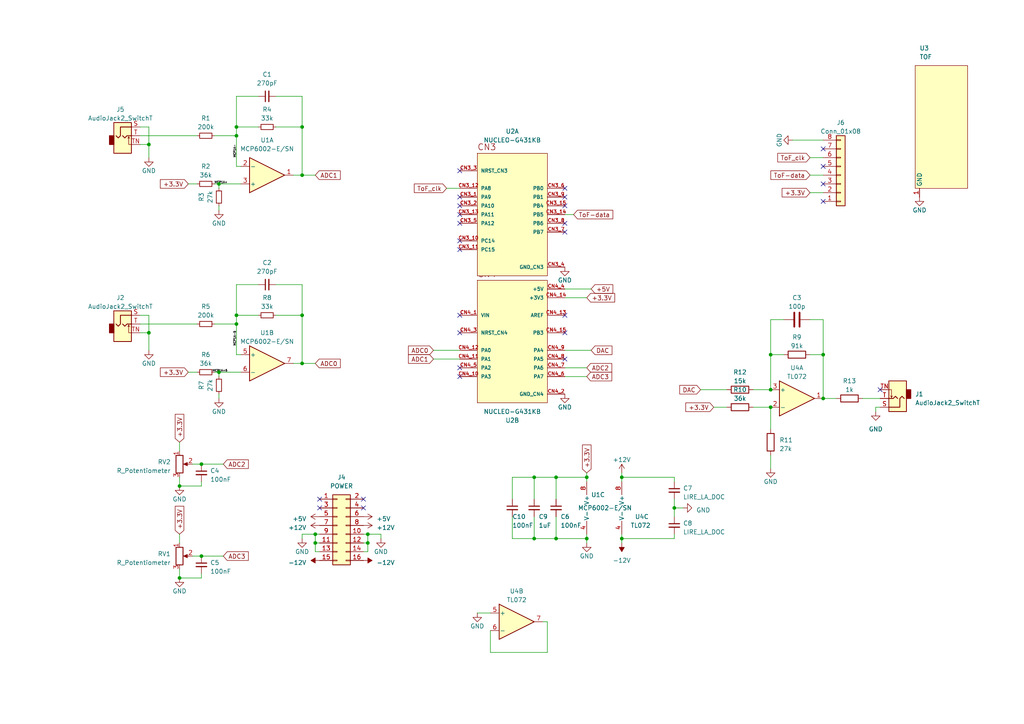
<source format=kicad_sch>
(kicad_sch (version 20230121) (generator eeschema)
  (paper "A4")
  (lib_symbols
    (symbol "Amplifier_Operational:MCP6002-xSN" (pin_names (offset 0.127))
      (property "Reference" "U" (at 0 5.08 0))
      (property "Value" "MCP6002-xSN" (at 0 -5.08 0))
      (symbol "MCP6002-xSN_1_1"
        (polyline (pts (xy -5.08 5.08) (xy 5.08 0) (xy -5.08 -5.08) (xy -5.08 5.08)) (stroke (width 0.254)) (fill (type background)))
        (pin output line (at 7.62 0 180) (length 2.54) (name "~") (number "1"))
        (pin input line (at -7.62 -2.54 0) (length 2.54) (name "-") (number "2"))
        (pin input line (at -7.62 2.54 0) (length 2.54) (name "+") (number "3"))
      )
      (symbol "MCP6002-xSN_2_1"
        (polyline (pts (xy -5.08 5.08) (xy 5.08 0) (xy -5.08 -5.08) (xy -5.08 5.08)) (stroke (width 0.254)) (fill (type background)))
        (pin input line (at -7.62 2.54 0) (length 2.54) (name "+") (number "5"))
        (pin input line (at -7.62 -2.54 0) (length 2.54) (name "-") (number "6"))
        (pin output line (at 7.62 0 180) (length 2.54) (name "~") (number "7"))
      )
      (symbol "MCP6002-xSN_3_1"
        (pin power_in line (at -2.54 -7.62 90) (length 3.81) (name "V-") (number "4"))
        (pin power_in line (at -2.54 7.62 270) (length 3.81) (name "V+") (number "8"))
      )
    )
    (symbol "Amplifier_Operational:TL072" (pin_names (offset 0.127))
      (property "Reference" "U" (at 0 5.08 0))
      (property "Value" "TL072" (at 0 -5.08 0))
      (symbol "TL072_1_1"
        (polyline (pts (xy -5.08 5.08) (xy 5.08 0) (xy -5.08 -5.08) (xy -5.08 5.08)) (stroke (width 0.254)) (fill (type background)))
        (pin output line (at 7.62 0 180) (length 2.54) (name "~") (number "1"))
        (pin input line (at -7.62 -2.54 0) (length 2.54) (name "-") (number "2"))
        (pin input line (at -7.62 2.54 0) (length 2.54) (name "+") (number "3"))
      )
      (symbol "TL072_2_1"
        (polyline (pts (xy -5.08 5.08) (xy 5.08 0) (xy -5.08 -5.08) (xy -5.08 5.08)) (stroke (width 0.254)) (fill (type background)))
        (pin input line (at -7.62 2.54 0) (length 2.54) (name "+") (number "5"))
        (pin input line (at -7.62 -2.54 0) (length 2.54) (name "-") (number "6"))
        (pin output line (at 7.62 0 180) (length 2.54) (name "~") (number "7"))
      )
      (symbol "TL072_3_1"
        (pin power_in line (at -2.54 -7.62 90) (length 3.81) (name "V-") (number "4"))
        (pin power_in line (at -2.54 7.62 270) (length 3.81) (name "V+") (number "8"))
      )
    )
    (symbol "Connector_Audio:AudioJack2_SwitchT"
      (property "Reference" "J" (at 0 8.89 0))
      (property "Value" "AudioJack2_SwitchT" (at 0 6.35 0))
      (symbol "AudioJack2_SwitchT_0_1"
        (rectangle (start -2.54 0) (end -3.81 -2.54) (stroke (width 0.254)) (fill (type outline)))
        (polyline (pts (xy 1.778 -0.254) (xy 2.032 -0.762)))
        (polyline (pts (xy 0 0) (xy 0.635 -0.635) (xy 1.27 0) (xy 2.54 0)) (stroke (width 0.254)))
        (polyline (pts (xy 2.54 -2.54) (xy 1.778 -2.54) (xy 1.778 -0.254) (xy 1.524 -0.762)))
        (polyline (pts (xy 2.54 2.54) (xy -0.635 2.54) (xy -0.635 0) (xy -1.27 -0.635) (xy -1.905 0)) (stroke (width 0.254)))
        (rectangle (start 2.54 3.81) (end -2.54 -5.08) (stroke (width 0.254)) (fill (type background)))
      )
      (symbol "AudioJack2_SwitchT_1_1"
        (pin passive line (at 5.08 2.54 180) (length 2.54) (name "~") (number "S"))
        (pin passive line (at 5.08 0 180) (length 2.54) (name "~") (number "T"))
        (pin passive line (at 5.08 -2.54 180) (length 2.54) (name "~") (number "TN"))
      )
    )
    (symbol "Connector_Generic:Conn_01x08" (pin_names (offset 1.016) hide)
      (property "Reference" "J" (at 0 10.16 0))
      (property "Value" "Conn_01x08" (at 0 -12.7 0))
      (symbol "Conn_01x08_1_1"
        (rectangle (start -1.27 -10.033) (end 0 -10.287) (stroke (width 0.1524)))
        (rectangle (start -1.27 -7.493) (end 0 -7.747) (stroke (width 0.1524)))
        (rectangle (start -1.27 -4.953) (end 0 -5.207) (stroke (width 0.1524)))
        (rectangle (start -1.27 -2.413) (end 0 -2.667) (stroke (width 0.1524)))
        (rectangle (start -1.27 0.127) (end 0 -0.127) (stroke (width 0.1524)))
        (rectangle (start -1.27 2.667) (end 0 2.413) (stroke (width 0.1524)))
        (rectangle (start -1.27 5.207) (end 0 4.953) (stroke (width 0.1524)))
        (rectangle (start -1.27 7.747) (end 0 7.493) (stroke (width 0.1524)))
        (rectangle (start -1.27 8.89) (end 1.27 -11.43) (stroke (width 0.254)) (fill (type background)))
        (pin passive line (at -5.08 7.62 0) (length 3.81) (name "Pin_1") (number "1"))
        (pin passive line (at -5.08 5.08 0) (length 3.81) (name "Pin_2") (number "2"))
        (pin passive line (at -5.08 2.54 0) (length 3.81) (name "Pin_3") (number "3"))
        (pin passive line (at -5.08 0 0) (length 3.81) (name "Pin_4") (number "4"))
        (pin passive line (at -5.08 -2.54 0) (length 3.81) (name "Pin_5") (number "5"))
        (pin passive line (at -5.08 -5.08 0) (length 3.81) (name "Pin_6") (number "6"))
        (pin passive line (at -5.08 -7.62 0) (length 3.81) (name "Pin_7") (number "7"))
        (pin passive line (at -5.08 -10.16 0) (length 3.81) (name "Pin_8") (number "8"))
      )
    )
    (symbol "Connector_Generic:Conn_02x08_Odd_Even" (pin_names (offset 1.016) hide)
      (property "Reference" "J" (at 1.27 10.16 0))
      (property "Value" "Conn_02x08_Odd_Even" (at 1.27 -12.7 0))
      (symbol "Conn_02x08_Odd_Even_1_1"
        (rectangle (start -1.27 -10.033) (end 0 -10.287) (stroke (width 0.1524)))
        (rectangle (start -1.27 -7.493) (end 0 -7.747) (stroke (width 0.1524)))
        (rectangle (start -1.27 -4.953) (end 0 -5.207) (stroke (width 0.1524)))
        (rectangle (start -1.27 -2.413) (end 0 -2.667) (stroke (width 0.1524)))
        (rectangle (start -1.27 0.127) (end 0 -0.127) (stroke (width 0.1524)))
        (rectangle (start -1.27 2.667) (end 0 2.413) (stroke (width 0.1524)))
        (rectangle (start -1.27 5.207) (end 0 4.953) (stroke (width 0.1524)))
        (rectangle (start -1.27 7.747) (end 0 7.493) (stroke (width 0.1524)))
        (rectangle (start -1.27 8.89) (end 3.81 -11.43) (stroke (width 0.254)) (fill (type background)))
        (rectangle (start 3.81 -10.033) (end 2.54 -10.287) (stroke (width 0.1524)))
        (rectangle (start 3.81 -7.493) (end 2.54 -7.747) (stroke (width 0.1524)))
        (rectangle (start 3.81 -4.953) (end 2.54 -5.207) (stroke (width 0.1524)))
        (rectangle (start 3.81 -2.413) (end 2.54 -2.667) (stroke (width 0.1524)))
        (rectangle (start 3.81 0.127) (end 2.54 -0.127) (stroke (width 0.1524)))
        (rectangle (start 3.81 2.667) (end 2.54 2.413) (stroke (width 0.1524)))
        (rectangle (start 3.81 5.207) (end 2.54 4.953) (stroke (width 0.1524)))
        (rectangle (start 3.81 7.747) (end 2.54 7.493) (stroke (width 0.1524)))
        (pin passive line (at -5.08 7.62 0) (length 3.81) (name "Pin_1") (number "1"))
        (pin passive line (at 7.62 -2.54 180) (length 3.81) (name "Pin_10") (number "10"))
        (pin passive line (at -5.08 -5.08 0) (length 3.81) (name "Pin_11") (number "11"))
        (pin passive line (at 7.62 -5.08 180) (length 3.81) (name "Pin_12") (number "12"))
        (pin passive line (at -5.08 -7.62 0) (length 3.81) (name "Pin_13") (number "13"))
        (pin passive line (at 7.62 -7.62 180) (length 3.81) (name "Pin_14") (number "14"))
        (pin passive line (at -5.08 -10.16 0) (length 3.81) (name "Pin_15") (number "15"))
        (pin passive line (at 7.62 -10.16 180) (length 3.81) (name "Pin_16") (number "16"))
        (pin passive line (at 7.62 7.62 180) (length 3.81) (name "Pin_2") (number "2"))
        (pin passive line (at -5.08 5.08 0) (length 3.81) (name "Pin_3") (number "3"))
        (pin passive line (at 7.62 5.08 180) (length 3.81) (name "Pin_4") (number "4"))
        (pin passive line (at -5.08 2.54 0) (length 3.81) (name "Pin_5") (number "5"))
        (pin passive line (at 7.62 2.54 180) (length 3.81) (name "Pin_6") (number "6"))
        (pin passive line (at -5.08 0 0) (length 3.81) (name "Pin_7") (number "7"))
        (pin passive line (at 7.62 0 180) (length 3.81) (name "Pin_8") (number "8"))
        (pin passive line (at -5.08 -2.54 0) (length 3.81) (name "Pin_9") (number "9"))
      )
    )
    (symbol "Device:C" (pin_numbers hide) (pin_names (offset 0.254))
      (property "Reference" "C" (at 0.635 2.54 0))
      (property "Value" "C" (at 0.635 -2.54 0))
      (symbol "C_0_1"
        (polyline (pts (xy -2.032 -0.762) (xy 2.032 -0.762)) (stroke (width 0.508)))
        (polyline (pts (xy -2.032 0.762) (xy 2.032 0.762)) (stroke (width 0.508)))
      )
      (symbol "C_1_1"
        (pin passive line (at 0 3.81 270) (length 2.794) (name "~") (number "1"))
        (pin passive line (at 0 -3.81 90) (length 2.794) (name "~") (number "2"))
      )
    )
    (symbol "Device:C_Small" (pin_numbers hide) (pin_names (offset 0.254) hide)
      (property "Reference" "C" (at 0.254 1.778 0))
      (property "Value" "C_Small" (at 0.254 -2.032 0))
      (symbol "C_Small_0_1"
        (polyline (pts (xy -1.524 -0.508) (xy 1.524 -0.508)) (stroke (width 0.3302)))
        (polyline (pts (xy -1.524 0.508) (xy 1.524 0.508)) (stroke (width 0.3048)))
      )
      (symbol "C_Small_1_1"
        (pin passive line (at 0 2.54 270) (length 2.032) (name "~") (number "1"))
        (pin passive line (at 0 -2.54 90) (length 2.032) (name "~") (number "2"))
      )
    )
    (symbol "Device:R" (pin_numbers hide) (pin_names (offset 0))
      (property "Reference" "R" (at 2.032 0 90))
      (property "Value" "R" (at 0 0 90))
      (symbol "R_0_1"
        (rectangle (start -1.016 -2.54) (end 1.016 2.54) (stroke (width 0.254)))
      )
      (symbol "R_1_1"
        (pin passive line (at 0 3.81 270) (length 1.27) (name "~") (number "1"))
        (pin passive line (at 0 -3.81 90) (length 1.27) (name "~") (number "2"))
      )
    )
    (symbol "Device:R_Potentiometer" (pin_names (offset 1.016) hide)
      (property "Reference" "RV" (at -4.445 0 90))
      (property "Value" "R_Potentiometer" (at -2.54 0 90))
      (symbol "R_Potentiometer_0_1"
        (polyline (pts (xy 2.54 0) (xy 1.524 0)))
        (polyline (pts (xy 1.143 0) (xy 2.286 0.508) (xy 2.286 -0.508) (xy 1.143 0)) (fill (type outline)))
        (rectangle (start 1.016 2.54) (end -1.016 -2.54) (stroke (width 0.254)))
      )
      (symbol "R_Potentiometer_1_1"
        (pin passive line (at 0 3.81 270) (length 1.27) (name "1") (number "1"))
        (pin passive line (at 3.81 0 180) (length 1.27) (name "2") (number "2"))
        (pin passive line (at 0 -3.81 90) (length 1.27) (name "3") (number "3"))
      )
    )
    (symbol "Device:R_Small" (pin_numbers hide) (pin_names (offset 0.254) hide)
      (property "Reference" "R" (at 0.762 0.508 0))
      (property "Value" "R_Small" (at 0.762 -1.016 0))
      (symbol "R_Small_0_1"
        (rectangle (start -0.762 1.778) (end 0.762 -1.778) (stroke (width 0.2032)))
      )
      (symbol "R_Small_1_1"
        (pin passive line (at 0 2.54 270) (length 0.762) (name "~") (number "1"))
        (pin passive line (at 0 -2.54 90) (length 0.762) (name "~") (number "2"))
      )
    )
    (symbol "GND_1" (power) (pin_names (offset 0))
      (property "Value" "GND_1" (at 0 -3.81 0))
      (symbol "GND_1_0_1"
        (polyline (pts (xy 0 0) (xy 0 -1.27) (xy 1.27 -1.27) (xy 0 -2.54) (xy -1.27 -1.27) (xy 0 -1.27)))
      )
      (symbol "GND_1_1_1"
        (pin power_in line (at 0 0 270) (length 0) hide (name "GND") (number "1"))
      )
    )
    (symbol "GND_2" (power) (pin_names (offset 0))
      (property "Value" "GND_2" (at 0 -3.81 0))
      (symbol "GND_2_0_1"
        (polyline (pts (xy 0 0) (xy 0 -1.27) (xy 1.27 -1.27) (xy 0 -2.54) (xy -1.27 -1.27) (xy 0 -1.27)))
      )
      (symbol "GND_2_1_1"
        (pin power_in line (at 0 0 270) (length 0) hide (name "GND") (number "1"))
      )
    )
    (symbol "GND_3" (power) (pin_names (offset 0))
      (property "Value" "GND_3" (at 0 -3.81 0))
      (symbol "GND_3_0_1"
        (polyline (pts (xy 0 0) (xy 0 -1.27) (xy 1.27 -1.27) (xy 0 -2.54) (xy -1.27 -1.27) (xy 0 -1.27)))
      )
      (symbol "GND_3_1_1"
        (pin power_in line (at 0 0 270) (length 0) hide (name "GND") (number "1"))
      )
    )
    (symbol "GND_4" (power) (pin_names (offset 0))
      (property "Value" "GND_4" (at 0 -3.81 0))
      (symbol "GND_4_0_1"
        (polyline (pts (xy 0 0) (xy 0 -1.27) (xy 1.27 -1.27) (xy 0 -2.54) (xy -1.27 -1.27) (xy 0 -1.27)))
      )
      (symbol "GND_4_1_1"
        (pin power_in line (at 0 0 270) (length 0) hide (name "GND") (number "1"))
      )
    )
    (symbol "GND_5" (power) (pin_names (offset 0))
      (property "Value" "GND_5" (at 0 -3.81 0))
      (symbol "GND_5_0_1"
        (polyline (pts (xy 0 0) (xy 0 -1.27) (xy 1.27 -1.27) (xy 0 -2.54) (xy -1.27 -1.27) (xy 0 -1.27)))
      )
      (symbol "GND_5_1_1"
        (pin power_in line (at 0 0 270) (length 0) hide (name "GND") (number "1"))
      )
    )
    (symbol "NUCLEO-32:NUCLEO-L432KC" (pin_names (offset 1.016))
      (property "Reference" "U" (at -10.16 21.082 0))
      (property "Value" "NUCLEO-L432KC" (at -10.16 -20.32 0))
      (symbol "NUCLEO-L432KC_1_0"
        (rectangle (start -10.16 -17.78) (end 10.16 17.78) (stroke (width 0.1524)) (fill (type background)))
        (text "CN3" (at -10.16 18.542 0) (effects (font (size 1.778 1.778)) (justify left bottom)))
        (pin bidirectional line (at -15.24 5.08 0) (length 5.08) (name "PA9") (number "CN3_1"))
        (pin bidirectional line (at -15.24 -7.62 0) (length 5.08) (name "PC14") (number "CN3_10"))
        (pin bidirectional line (at -15.24 -10.16 0) (length 5.08) (name "PC15") (number "CN3_11"))
        (pin bidirectional line (at -15.24 7.62 0) (length 5.08) (name "PA8") (number "CN3_12"))
        (pin bidirectional line (at -15.24 0 0) (length 5.08) (name "PA11") (number "CN3_13"))
        (pin bidirectional line (at 15.24 0 180) (length 5.08) (name "PB5") (number "CN3_14"))
        (pin bidirectional line (at 15.24 2.54 180) (length 5.08) (name "PB4") (number "CN3_15"))
        (pin bidirectional line (at -15.24 2.54 0) (length 5.08) (name "PA10") (number "CN3_2"))
        (pin bidirectional line (at -15.24 12.7 0) (length 5.08) (name "NRST_CN3") (number "CN3_3"))
        (pin power_in line (at 15.24 -15.24 180) (length 5.08) (name "GND_CN3") (number "CN3_4"))
        (pin bidirectional line (at -15.24 -2.54 0) (length 5.08) (name "PA12") (number "CN3_5"))
        (pin bidirectional line (at 15.24 7.62 180) (length 5.08) (name "PB0") (number "CN3_6"))
        (pin bidirectional line (at 15.24 -5.08 180) (length 5.08) (name "PB7") (number "CN3_7"))
        (pin bidirectional line (at 15.24 -2.54 180) (length 5.08) (name "PB6") (number "CN3_8"))
        (pin bidirectional line (at 15.24 5.08 180) (length 5.08) (name "PB1") (number "CN3_9"))
      )
      (symbol "NUCLEO-L432KC_2_0"
        (rectangle (start -10.16 -17.78) (end 10.16 17.78) (stroke (width 0.1524)) (fill (type background)))
        (text "CN4" (at -10.16 18.542 0) (effects (font (size 1.778 1.778)) (justify left bottom)))
        (pin input line (at -15.24 7.62 0) (length 5.08) (name "VIN") (number "CN4_1"))
        (pin bidirectional line (at -15.24 -10.16 0) (length 5.08) (name "PA3") (number "CN4_10"))
        (pin bidirectional line (at -15.24 -5.08 0) (length 5.08) (name "PA1") (number "CN4_11"))
        (pin bidirectional line (at -15.24 -2.54 0) (length 5.08) (name "PA0") (number "CN4_12"))
        (pin bidirectional line (at 15.24 7.62 180) (length 5.08) (name "AREF") (number "CN4_13"))
        (pin power_in line (at 15.24 12.7 180) (length 5.08) (name "+3V3") (number "CN4_14"))
        (pin bidirectional line (at 15.24 2.54 180) (length 5.08) (name "PB3") (number "CN4_15"))
        (pin power_in line (at 15.24 -15.24 180) (length 5.08) (name "GND_CN4") (number "CN4_2"))
        (pin bidirectional line (at -15.24 2.54 0) (length 5.08) (name "NRST_CN4") (number "CN4_3"))
        (pin power_in line (at 15.24 15.24 180) (length 5.08) (name "+5V") (number "CN4_4"))
        (pin bidirectional line (at -15.24 -7.62 0) (length 5.08) (name "PA2") (number "CN4_5"))
        (pin bidirectional line (at 15.24 -10.16 180) (length 5.08) (name "PA7") (number "CN4_6"))
        (pin bidirectional line (at 15.24 -7.62 180) (length 5.08) (name "PA6") (number "CN4_7"))
        (pin bidirectional line (at 15.24 -5.08 180) (length 5.08) (name "PA5") (number "CN4_8"))
        (pin bidirectional line (at 15.24 -2.54 180) (length 5.08) (name "PA4") (number "CN4_9"))
      )
    )
    (symbol "WITNS_EURORACK:FACEPLATE"
      (property "Reference" "U" (at 0 19.05 0))
      (property "Value" "FACEPLATE" (at 0 -19.05 0))
      (symbol "FACEPLATE_0_1"
        (rectangle (start -7.62 17.78) (end 7.62 -17.78) (fill (type background)))
      )
      (symbol "FACEPLATE_1_1"
        (pin power_in line (at -6.35 -20.32 90) (length 2.54) (name "GND") (number "1"))
      )
    )
    (symbol "power:+12V" (power) (pin_names (offset 0))
      (property "Value" "+12V" (at 0 3.556 0))
      (symbol "+12V_0_1"
        (polyline (pts (xy -0.762 1.27) (xy 0 2.54)))
        (polyline (pts (xy 0 0) (xy 0 2.54)))
        (polyline (pts (xy 0 2.54) (xy 0.762 1.27)))
      )
      (symbol "+12V_1_1"
        (pin power_in line (at 0 0 90) (length 0) hide (name "+12V") (number "1"))
      )
    )
    (symbol "power:+5V" (power) (pin_names (offset 0))
      (property "Value" "+5V" (at 0 3.556 0))
      (symbol "+5V_0_1"
        (polyline (pts (xy -0.762 1.27) (xy 0 2.54)))
        (polyline (pts (xy 0 0) (xy 0 2.54)))
        (polyline (pts (xy 0 2.54) (xy 0.762 1.27)))
      )
      (symbol "+5V_1_1"
        (pin power_in line (at 0 0 90) (length 0) hide (name "+5V") (number "1"))
      )
    )
    (symbol "power:-12V" (power) (pin_names (offset 0))
      (property "Value" "-12V" (at 0 3.81 0))
      (symbol "-12V_0_0"
        (pin power_in line (at 0 0 90) (length 0) hide (name "-12V") (number "1"))
      )
      (symbol "-12V_0_1"
        (polyline (pts (xy 0 0) (xy 0 1.27) (xy 0.762 1.27) (xy 0 2.54) (xy -0.762 1.27) (xy 0 1.27)) (fill (type outline)))
      )
    )
    (symbol "power:GND" (power) (pin_names (offset 0))
      (property "Value" "GND" (at 0 -3.81 0))
      (symbol "GND_0_1"
        (polyline (pts (xy 0 0) (xy 0 -1.27) (xy 1.27 -1.27) (xy 0 -2.54) (xy -1.27 -1.27) (xy 0 -1.27)))
      )
      (symbol "GND_1_1"
        (pin power_in line (at 0 0 270) (length 0) hide (name "GND") (number "1"))
      )
    )
  )
  (junction (at 170.18 156.21))
  (junction (at 68.58 91.44))
  (junction (at 161.29 138.43))
  (junction (at 238.76 115.57))
  (junction (at 43.18 41.91))
  (junction (at 91.44 154.94))
  (junction (at 87.63 50.8))
  (junction (at 223.52 102.87))
  (junction (at 68.58 39.37))
  (junction (at 52.07 140.97))
  (junction (at 106.68 157.48))
  (junction (at 91.44 157.48))
  (junction (at 58.42 134.62))
  (junction (at 170.18 138.43))
  (junction (at 223.52 113.03))
  (junction (at 58.42 161.29))
  (junction (at 43.18 96.52))
  (junction (at 63.5 107.95))
  (junction (at 87.63 105.41))
  (junction (at 180.34 156.21))
  (junction (at 63.5 53.34))
  (junction (at 195.58 147.32))
  (junction (at 154.94 138.43))
  (junction (at 180.34 138.43))
  (junction (at 87.63 91.44))
  (junction (at 87.63 36.83))
  (junction (at 106.68 154.94))
  (junction (at 223.52 118.11))
  (junction (at 238.76 102.87))
  (junction (at 154.94 156.21))
  (junction (at 52.07 167.64))
  (junction (at 68.58 36.83))
  (junction (at 68.58 93.98))
  (junction (at 161.29 156.21))
  (no_connect (at 163.83 67.31))
  (no_connect (at 238.76 48.26))
  (no_connect (at 133.35 49.53))
  (no_connect (at 163.83 96.52))
  (no_connect (at 133.35 62.23))
  (no_connect (at 133.35 96.52))
  (no_connect (at 163.83 64.77))
  (no_connect (at 92.71 147.32))
  (no_connect (at 92.71 144.78))
  (no_connect (at 163.83 57.15))
  (no_connect (at 238.76 53.34))
  (no_connect (at 133.35 109.22))
  (no_connect (at 133.35 57.15))
  (no_connect (at 238.76 58.42))
  (no_connect (at 133.35 64.77))
  (no_connect (at 238.76 43.18))
  (no_connect (at 163.83 59.69))
  (no_connect (at 163.83 54.61))
  (no_connect (at 163.83 91.44))
  (no_connect (at 133.35 91.44))
  (no_connect (at 133.35 72.39))
  (no_connect (at 133.35 59.69))
  (no_connect (at 133.35 106.68))
  (no_connect (at 133.35 69.85))
  (no_connect (at 163.83 104.14))
  (no_connect (at 255.27 113.03))
  (no_connect (at 105.41 144.78))
  (no_connect (at 105.41 147.32))
  (wire (pts (xy 157.48 180.34) (xy 158.75 180.34)))
  (wire (pts (xy 148.59 138.43) (xy 154.94 138.43)))
  (wire (pts (xy 106.68 154.94) (xy 106.68 157.48)))
  (wire (pts (xy 210.82 113.03) (xy 203.2 113.03)))
  (wire (pts (xy 238.76 92.71) (xy 238.76 102.87)))
  (wire (pts (xy 105.41 157.48) (xy 106.68 157.48)))
  (wire (pts (xy 180.34 156.21) (xy 195.58 156.21)))
  (wire (pts (xy 148.59 144.78) (xy 148.59 138.43)))
  (wire (pts (xy 170.18 109.22) (xy 163.83 109.22)))
  (wire (pts (xy 68.58 91.44) (xy 74.93 91.44)))
  (wire (pts (xy 223.52 92.71) (xy 223.52 102.87)))
  (wire (pts (xy 43.18 36.83) (xy 43.18 41.91)))
  (wire (pts (xy 142.24 189.23) (xy 158.75 189.23)))
  (wire (pts (xy 74.93 27.94) (xy 68.58 27.94)))
  (wire (pts (xy 106.68 157.48) (xy 106.68 160.02)))
  (wire (pts (xy 62.23 39.37) (xy 68.58 39.37)))
  (wire (pts (xy 234.95 102.87) (xy 238.76 102.87)))
  (wire (pts (xy 87.63 105.41) (xy 87.63 91.44)))
  (wire (pts (xy 166.37 62.23) (xy 163.83 62.23)))
  (wire (pts (xy 68.58 82.55) (xy 68.58 91.44)))
  (wire (pts (xy 142.24 182.88) (xy 142.24 189.23)))
  (wire (pts (xy 85.09 50.8) (xy 87.63 50.8)))
  (wire (pts (xy 87.63 50.8) (xy 87.63 36.83)))
  (wire (pts (xy 180.34 156.21) (xy 180.34 154.94)))
  (wire (pts (xy 68.58 102.87) (xy 68.58 93.98)))
  (wire (pts (xy 63.5 114.3) (xy 63.5 115.57)))
  (wire (pts (xy 87.63 36.83) (xy 80.01 36.83)))
  (wire (pts (xy 55.88 134.62) (xy 58.42 134.62)))
  (wire (pts (xy 54.61 107.95) (xy 57.15 107.95)))
  (wire (pts (xy 40.64 36.83) (xy 43.18 36.83)))
  (wire (pts (xy 62.23 107.95) (xy 63.5 107.95)))
  (wire (pts (xy 250.19 115.57) (xy 255.27 115.57)))
  (wire (pts (xy 223.52 132.08) (xy 223.52 135.89)))
  (wire (pts (xy 106.68 160.02) (xy 105.41 160.02)))
  (wire (pts (xy 170.18 157.48) (xy 170.18 156.21)))
  (wire (pts (xy 63.5 53.34) (xy 69.85 53.34)))
  (wire (pts (xy 52.07 154.94) (xy 52.07 157.48)))
  (wire (pts (xy 63.5 107.95) (xy 69.85 107.95)))
  (wire (pts (xy 91.44 154.94) (xy 92.71 154.94)))
  (wire (pts (xy 87.63 27.94) (xy 87.63 36.83)))
  (wire (pts (xy 138.43 177.8) (xy 142.24 177.8)))
  (wire (pts (xy 68.58 27.94) (xy 68.58 36.83)))
  (wire (pts (xy 133.35 101.6) (xy 125.73 101.6)))
  (wire (pts (xy 154.94 144.78) (xy 154.94 138.43)))
  (wire (pts (xy 40.64 96.52) (xy 43.18 96.52)))
  (wire (pts (xy 195.58 138.43) (xy 195.58 139.7)))
  (wire (pts (xy 170.18 156.21) (xy 170.18 154.94)))
  (wire (pts (xy 154.94 138.43) (xy 161.29 138.43)))
  (wire (pts (xy 43.18 41.91) (xy 40.64 41.91)))
  (wire (pts (xy 223.52 118.11) (xy 223.52 124.46)))
  (wire (pts (xy 195.58 147.32) (xy 195.58 144.78)))
  (wire (pts (xy 218.44 113.03) (xy 223.52 113.03)))
  (wire (pts (xy 91.44 157.48) (xy 91.44 154.94)))
  (wire (pts (xy 87.63 82.55) (xy 87.63 91.44)))
  (wire (pts (xy 87.63 105.41) (xy 91.44 105.41)))
  (wire (pts (xy 180.34 138.43) (xy 195.58 138.43)))
  (wire (pts (xy 170.18 86.36) (xy 163.83 86.36)))
  (wire (pts (xy 170.18 137.16) (xy 170.18 138.43)))
  (wire (pts (xy 43.18 101.6) (xy 43.18 96.52)))
  (wire (pts (xy 85.09 105.41) (xy 87.63 105.41)))
  (wire (pts (xy 110.49 154.94) (xy 106.68 154.94)))
  (wire (pts (xy 170.18 138.43) (xy 170.18 139.7)))
  (wire (pts (xy 148.59 156.21) (xy 154.94 156.21)))
  (wire (pts (xy 234.95 55.88) (xy 238.76 55.88)))
  (wire (pts (xy 62.23 93.98) (xy 68.58 93.98)))
  (wire (pts (xy 254 118.11) (xy 255.27 118.11)))
  (wire (pts (xy 43.18 41.91) (xy 43.18 45.72)))
  (wire (pts (xy 52.07 167.64) (xy 52.07 165.1)))
  (wire (pts (xy 161.29 156.21) (xy 161.29 149.86)))
  (wire (pts (xy 158.75 189.23) (xy 158.75 180.34)))
  (wire (pts (xy 229.87 40.64) (xy 238.76 40.64)))
  (wire (pts (xy 87.63 156.21) (xy 87.63 154.94)))
  (wire (pts (xy 52.07 128.27) (xy 52.07 130.81)))
  (wire (pts (xy 55.88 161.29) (xy 58.42 161.29)))
  (wire (pts (xy 58.42 166.37) (xy 58.42 167.64)))
  (wire (pts (xy 223.52 102.87) (xy 223.52 113.03)))
  (wire (pts (xy 80.01 27.94) (xy 87.63 27.94)))
  (wire (pts (xy 58.42 161.29) (xy 64.77 161.29)))
  (wire (pts (xy 163.83 101.6) (xy 171.45 101.6)))
  (wire (pts (xy 170.18 138.43) (xy 161.29 138.43)))
  (wire (pts (xy 43.18 91.44) (xy 43.18 96.52)))
  (wire (pts (xy 234.95 50.8) (xy 238.76 50.8)))
  (wire (pts (xy 62.23 53.34) (xy 63.5 53.34)))
  (wire (pts (xy 195.58 156.21) (xy 195.58 154.94)))
  (wire (pts (xy 58.42 140.97) (xy 52.07 140.97)))
  (wire (pts (xy 91.44 160.02) (xy 91.44 157.48)))
  (wire (pts (xy 63.5 53.34) (xy 63.5 54.61)))
  (wire (pts (xy 234.95 92.71) (xy 238.76 92.71)))
  (wire (pts (xy 254 119.38) (xy 254 118.11)))
  (wire (pts (xy 238.76 115.57) (xy 242.57 115.57)))
  (wire (pts (xy 63.5 107.95) (xy 63.5 109.22)))
  (wire (pts (xy 58.42 167.64) (xy 52.07 167.64)))
  (wire (pts (xy 180.34 157.48) (xy 180.34 156.21)))
  (wire (pts (xy 40.64 39.37) (xy 57.15 39.37)))
  (wire (pts (xy 68.58 36.83) (xy 68.58 39.37)))
  (wire (pts (xy 87.63 154.94) (xy 91.44 154.94)))
  (wire (pts (xy 92.71 160.02) (xy 91.44 160.02)))
  (wire (pts (xy 68.58 93.98) (xy 68.58 91.44)))
  (wire (pts (xy 195.58 147.32) (xy 195.58 149.86)))
  (wire (pts (xy 105.41 154.94) (xy 106.68 154.94)))
  (wire (pts (xy 154.94 156.21) (xy 161.29 156.21)))
  (wire (pts (xy 125.73 104.14) (xy 133.35 104.14)))
  (wire (pts (xy 40.64 91.44) (xy 43.18 91.44)))
  (wire (pts (xy 63.5 60.96) (xy 63.5 59.69)))
  (wire (pts (xy 133.35 54.61) (xy 129.54 54.61)))
  (wire (pts (xy 87.63 91.44) (xy 80.01 91.44)))
  (wire (pts (xy 198.12 147.32) (xy 195.58 147.32)))
  (wire (pts (xy 68.58 36.83) (xy 74.93 36.83)))
  (wire (pts (xy 54.61 53.34) (xy 57.15 53.34)))
  (wire (pts (xy 87.63 50.8) (xy 91.44 50.8)))
  (wire (pts (xy 218.44 118.11) (xy 223.52 118.11)))
  (wire (pts (xy 58.42 139.7) (xy 58.42 140.97)))
  (wire (pts (xy 148.59 149.86) (xy 148.59 156.21)))
  (wire (pts (xy 91.44 157.48) (xy 92.71 157.48)))
  (wire (pts (xy 238.76 45.72) (xy 234.95 45.72)))
  (wire (pts (xy 68.58 39.37) (xy 68.58 48.26)))
  (wire (pts (xy 161.29 138.43) (xy 161.29 144.78)))
  (wire (pts (xy 238.76 102.87) (xy 238.76 115.57)))
  (wire (pts (xy 154.94 149.86) (xy 154.94 156.21)))
  (wire (pts (xy 52.07 140.97) (xy 52.07 138.43)))
  (wire (pts (xy 180.34 137.16) (xy 180.34 138.43)))
  (wire (pts (xy 74.93 82.55) (xy 68.58 82.55)))
  (wire (pts (xy 69.85 102.87) (xy 68.58 102.87)))
  (wire (pts (xy 69.85 48.26) (xy 68.58 48.26)))
  (wire (pts (xy 227.33 102.87) (xy 223.52 102.87)))
  (wire (pts (xy 110.49 156.21) (xy 110.49 154.94)))
  (wire (pts (xy 171.45 83.82) (xy 163.83 83.82)))
  (wire (pts (xy 40.64 93.98) (xy 57.15 93.98)))
  (wire (pts (xy 170.18 106.68) (xy 163.83 106.68)))
  (wire (pts (xy 80.01 82.55) (xy 87.63 82.55)))
  (wire (pts (xy 227.33 92.71) (xy 223.52 92.71)))
  (wire (pts (xy 170.18 156.21) (xy 161.29 156.21)))
  (wire (pts (xy 207.01 118.11) (xy 210.82 118.11)))
  (wire (pts (xy 180.34 138.43) (xy 180.34 139.7)))
  (wire (pts (xy 58.42 134.62) (xy 64.77 134.62)))
  (label "MCP1A+" (at 66.04 53.34 180) (effects (font (size 0.6 0.6))))
  (label "MCP1A-" (at 68.58 45.72 90) (effects (font (size 0.6 0.6))))
  (label "MCP1A-5" (at 68.58 100.33 90) (effects (font (size 0.6 0.6))))
  (label "MCP1A+6" (at 66.04 107.95 180) (effects (font (size 0.6 0.6))))
  (global_label "+3.3V" (shape input) (at 207.01 118.11 180) (property "Intersheetrefs" "${INTERSHEET_REFS}" (effects hide)))
  (global_label "DAC" (shape input) (at 203.2 113.03 180) (property "Intersheetrefs" "${INTERSHEET_REFS}" (effects hide)))
  (global_label "ToF_clk" (shape input) (at 129.54 54.61 180) (property "Intersheetrefs" "${INTERSHEET_REFS}" (effects hide)))
  (global_label "ToF-data" (shape input) (at 234.95 50.8 180) (property "Intersheetrefs" "${INTERSHEET_REFS}" (effects hide)))
  (global_label "DAC" (shape input) (at 171.45 101.6 0) (property "Intersheetrefs" "${INTERSHEET_REFS}" (effects hide)))
  (global_label "+3.3V" (shape input) (at 170.18 137.16 90) (property "Intersheetrefs" "${INTERSHEET_REFS}" (effects hide)))
  (global_label "+3.3V" (shape input) (at 54.61 53.34 180) (property "Intersheetrefs" "${INTERSHEET_REFS}" (effects hide)))
  (global_label "+5V" (shape input) (at 171.45 83.82 0) (property "Intersheetrefs" "${INTERSHEET_REFS}" (effects hide)))
  (global_label "+3.3V" (shape input) (at 234.95 55.88 180) (property "Intersheetrefs" "${INTERSHEET_REFS}" (effects hide)))
  (global_label "ADC3" (shape input) (at 64.77 161.29 0) (property "Intersheetrefs" "${INTERSHEET_REFS}" (effects hide)))
  (global_label "ADC1" (shape input) (at 125.73 104.14 180) (property "Intersheetrefs" "${INTERSHEET_REFS}" (effects hide)))
  (global_label "ToF_clk" (shape input) (at 234.95 45.72 180) (property "Intersheetrefs" "${INTERSHEET_REFS}" (effects hide)))
  (global_label "+3.3V" (shape input) (at 54.61 107.95 180) (property "Intersheetrefs" "${INTERSHEET_REFS}" (effects hide)))
  (global_label "+3.3V" (shape input) (at 52.07 128.27 90) (property "Intersheetrefs" "${INTERSHEET_REFS}" (effects hide)))
  (global_label "ADC3" (shape input) (at 170.18 109.22 0) (property "Intersheetrefs" "${INTERSHEET_REFS}" (effects hide)))
  (global_label "ADC0" (shape input) (at 125.73 101.6 180) (property "Intersheetrefs" "${INTERSHEET_REFS}" (effects hide)))
  (global_label "ADC0" (shape input) (at 91.44 105.41 0) (property "Intersheetrefs" "${INTERSHEET_REFS}" (effects hide)))
  (global_label "ToF-data" (shape input) (at 166.37 62.23 0) (property "Intersheetrefs" "${INTERSHEET_REFS}" (effects hide)))
  (global_label "ADC1" (shape input) (at 91.44 50.8 0) (property "Intersheetrefs" "${INTERSHEET_REFS}" (effects hide)))
  (global_label "ADC2" (shape input) (at 64.77 134.62 0) (property "Intersheetrefs" "${INTERSHEET_REFS}" (effects hide)))
  (global_label "ADC2" (shape input) (at 170.18 106.68 0) (property "Intersheetrefs" "${INTERSHEET_REFS}" (effects hide)))
  (global_label "+3.3V" (shape input) (at 170.18 86.36 0) (property "Intersheetrefs" "${INTERSHEET_REFS}" (effects hide)))
  (global_label "+3.3V" (shape input) (at 52.07 154.94 90) (property "Intersheetrefs" "${INTERSHEET_REFS}" (effects hide)))
  (symbol (lib_id "power:-12V") (at 92.71 162.56 90) (unit 1)
    (property "Reference" "#PWR015" (effects hide))
    (property "Value" "-12V" (at 88.9 163.195 90) (effects (justify left)))
  )
  (symbol (lib_id "power:GND") (at 223.52 135.89 0) (unit 1)
    (property "Reference" "#PWR05" (effects hide))
    (property "Value" "GND" (at 223.52 139.7 0))
  )
  (symbol (lib_id "WITNS_EURORACK:FACEPLATE") (at 273.05 36.83 0) (unit 1)
    (property "Reference" "U3" (at 266.7 13.97 0) (effects (justify left)))
    (property "Value" "TOF" (at 266.7 16.51 0) (effects (justify left)))
    (property "Footprint" "WITNS:FACEPLATE_6HP" (effects hide))
  )
  (symbol (lib_id "NUCLEO-32:NUCLEO-L432KC") (at 148.59 99.06 0) (unit 2)
    (property "Reference" "U2" (at 148.59 121.92 0))
    (property "Value" "NUCLEO-G431KB" (at 148.59 119.38 0))
    (property "Footprint" "MODULE_NUCLEO-L432KC" (effects hide))
    (property "MANUFACTURER" "ST Microelectronics" (effects hide))
    (property "PARTREV" "N/A" (effects hide))
    (property "STANDARD" "Manufacturer Recommendations" (effects hide))
    (property "MAXIMUM_PACKAGE_HEIGHT" "N/A" (effects hide))
  )
  (symbol (lib_id "Device:C_Small") (at 195.58 142.24 0) (unit 1)
    (property "Reference" "C7" (at 198.12 141.6113 0) (effects (justify left)))
    (property "Value" "LIRE_LA_DOC" (at 198.12 144.1513 0) (effects (justify left)))
    (property "Footprint" "Capacitor_SMD:C_0603_1608Metric" (effects hide))
  )
  (symbol (lib_id "Connector_Audio:AudioJack2_SwitchT") (at 35.56 39.37 0) (unit 1)
    (property "Reference" "J5" (at 34.925 31.75 0))
    (property "Value" "AudioJack2_SwitchT" (at 34.925 34.29 0))
    (property "Footprint" "Connector_Audio:Jack_3.5mm_QingPu_WQP-PJ398SM_Vertical_CircularHoles" (effects hide))
  )
  (symbol (lib_id "Device:R_Potentiometer") (at 52.07 134.62 0) (unit 1)
    (property "Reference" "RV2" (at 49.53 133.985 0) (effects (justify right)))
    (property "Value" "R_Potentiometer" (at 49.53 136.525 0) (effects (justify right)))
    (property "Footprint" "Potentiometer_THT:Potentiometer_Alpha_RD901F-40-00D_Single_Vertical" (effects hide))
  )
  (symbol (lib_id "Device:R") (at 246.38 115.57 90) (unit 1)
    (property "Reference" "R13" (at 246.38 110.49 90))
    (property "Value" "1k" (at 246.38 113.03 90))
    (property "Footprint" "Resistor_SMD:R_0603_1608Metric" (effects hide))
  )
  (symbol (lib_id "power:GND") (at 138.43 177.8 0) (unit 1)
    (property "Reference" "#PWR011" (effects hide))
    (property "Value" "GND" (at 138.43 181.61 0))
  )
  (symbol (lib_id "Device:R_Small") (at 59.69 53.34 90) (unit 1)
    (property "Reference" "R2" (at 59.69 48.26 90))
    (property "Value" "36k" (at 59.69 50.8 90))
    (property "Footprint" "Resistor_SMD:R_0603_1608Metric" (effects hide))
  )
  (symbol (lib_id "Amplifier_Operational:TL072") (at 231.14 115.57 0) (unit 1)
    (property "Reference" "U4" (at 231.14 106.68 0))
    (property "Value" "TL072" (at 231.14 109.22 0))
    (property "Footprint" "Package_SO:SOIC-8_3.9x4.9mm_P1.27mm" (effects hide))
    (property "Datasheet" "http://www.ti.com/lit/ds/symlink/tl071.pdf" (effects hide))
  )
  (symbol (lib_id "Device:R_Small") (at 63.5 111.76 180) (unit 1)
    (property "Reference" "R7" (at 58.42 111.76 90))
    (property "Value" "27k" (at 60.96 111.76 90))
    (property "Footprint" "Resistor_SMD:R_0603_1608Metric" (effects hide))
  )
  (symbol (lib_id "Connector_Audio:AudioJack2_SwitchT") (at 260.35 115.57 180) (unit 1)
    (property "Reference" "J1" (at 265.43 114.3 0) (effects (justify right)))
    (property "Value" "AudioJack2_SwitchT" (at 265.43 116.84 0) (effects (justify right)))
    (property "Footprint" "Connector_Audio:Jack_3.5mm_QingPu_WQP-PJ398SM_Vertical_CircularHoles" (effects hide))
  )
  (symbol (lib_id "power:+12V") (at 105.41 152.4 270) (unit 1)
    (property "Reference" "#PWR012" (effects hide))
    (property "Value" "+12V" (at 109.22 153.035 90) (effects (justify left)))
  )
  (symbol (lib_id "power:GND") (at 63.5 115.57 0) (unit 1)
    (property "Reference" "#PWR04" (effects hide))
    (property "Value" "GND" (at 63.5 119.38 0))
  )
  (symbol (lib_id "Device:R") (at 214.63 118.11 90) (unit 1)
    (property "Reference" "R10" (at 214.63 113.03 90))
    (property "Value" "36k" (at 214.63 115.57 90))
    (property "Footprint" "Resistor_SMD:R_0603_1608Metric" (effects hide))
  )
  (symbol (lib_id "Device:R_Potentiometer") (at 52.07 161.29 0) (unit 1)
    (property "Reference" "RV1" (at 49.53 160.655 0) (effects (justify right)))
    (property "Value" "R_Potentiometer" (at 49.53 163.195 0) (effects (justify right)))
    (property "Footprint" "Potentiometer_THT:Potentiometer_Alpha_RD901F-40-00D_Single_Vertical" (effects hide))
  )
  (symbol (lib_id "power:+12V") (at 92.71 152.4 90) (unit 1)
    (property "Reference" "#PWR08" (effects hide))
    (property "Value" "+12V" (at 88.9 153.035 90) (effects (justify left)))
  )
  (symbol (lib_id "power:GND") (at 170.18 157.48 0) (unit 1)
    (property "Reference" "#PWR021" (effects hide))
    (property "Value" "GND" (at 170.18 161.29 0))
  )
  (symbol (lib_id "power:+5V") (at 105.41 149.86 270) (unit 1)
    (property "Reference" "#PWR014" (effects hide))
    (property "Value" "+5V" (at 109.22 150.495 90) (effects (justify left)))
  )
  (symbol (lib_id "Device:C_Small") (at 154.94 147.32 0) (unit 1)
    (property "Reference" "C9" (at 156.21 149.86 0) (effects (justify left)))
    (property "Value" "1uF" (at 156.21 152.4 0) (effects (justify left)))
    (property "Footprint" "Capacitor_SMD:C_0603_1608Metric" (effects hide))
  )
  (symbol (lib_name "GND_1") (lib_id "power:GND") (at 87.63 156.21 0) (unit 1)
    (property "Reference" "#PWR017" (effects hide))
    (property "Value" "GND" (at 87.63 160.02 0))
  )
  (symbol (lib_id "Amplifier_Operational:TL072") (at 149.86 180.34 0) (unit 2)
    (property "Reference" "U4" (at 149.86 171.45 0))
    (property "Value" "TL072" (at 149.86 173.99 0))
    (property "Footprint" "Package_SO:SOIC-8_3.9x4.9mm_P1.27mm" (effects hide))
    (property "Datasheet" "http://www.ti.com/lit/ds/symlink/tl071.pdf" (effects hide))
  )
  (symbol (lib_id "power:GND") (at 266.7 57.15 0) (unit 1)
    (property "Reference" "#PWR023" (effects hide))
    (property "Value" "GND" (at 266.7 60.96 0))
  )
  (symbol (lib_id "power:+12V") (at 180.34 137.16 0) (unit 1)
    (property "Reference" "#PWR019" (effects hide))
    (property "Value" "+12V" (at 180.34 133.35 0))
  )
  (symbol (lib_id "Device:C") (at 231.14 92.71 90) (unit 1)
    (property "Reference" "C3" (at 231.14 86.36 90))
    (property "Value" "100p" (at 231.14 88.9 90))
    (property "Footprint" "Capacitor_SMD:C_0603_1608Metric" (effects hide))
  )
  (symbol (lib_name "GND_1") (lib_id "power:GND") (at 110.49 156.21 0) (mirror y) (unit 1)
    (property "Reference" "#PWR018" (effects hide))
    (property "Value" "GND" (at 110.49 160.02 0))
  )
  (symbol (lib_id "Amplifier_Operational:TL072") (at 182.88 147.32 0) (unit 3)
    (property "Reference" "U4" (at 184.15 149.86 0) (effects (justify left)))
    (property "Value" "TL072" (at 182.88 152.4 0) (effects (justify left)))
    (property "Footprint" "Package_SO:SOIC-8_3.9x4.9mm_P1.27mm" (effects hide))
    (property "Datasheet" "http://www.ti.com/lit/ds/symlink/tl071.pdf" (effects hide))
  )
  (symbol (lib_name "GND_2") (lib_id "power:GND") (at 254 119.38 0) (unit 1)
    (property "Reference" "#PWR010" (effects hide))
    (property "Value" "GND" (at 254 124.46 0))
  )
  (symbol (lib_id "Device:C_Small") (at 161.29 147.32 0) (unit 1)
    (property "Reference" "C6" (at 162.56 149.86 0) (effects (justify left)))
    (property "Value" "100nF" (at 162.56 152.4 0) (effects (justify left)))
    (property "Footprint" "Capacitor_SMD:C_0603_1608Metric" (effects hide))
  )
  (symbol (lib_id "power:GND") (at 52.07 140.97 0) (unit 1)
    (property "Reference" "#PWR06" (effects hide))
    (property "Value" "GND" (at 52.07 144.78 0))
  )
  (symbol (lib_id "Device:R_Small") (at 59.69 107.95 90) (unit 1)
    (property "Reference" "R6" (at 59.69 102.87 90))
    (property "Value" "36k" (at 59.69 105.41 90))
    (property "Footprint" "Resistor_SMD:R_0603_1608Metric" (effects hide))
  )
  (symbol (lib_id "NUCLEO-32:NUCLEO-L432KC") (at 148.59 62.23 0) (unit 1)
    (property "Reference" "U2" (at 148.59 38.1 0))
    (property "Value" "NUCLEO-G431KB" (at 148.59 40.64 0))
    (property "Footprint" "MODULE_NUCLEO-L432KC" (effects hide))
    (property "MANUFACTURER" "ST Microelectronics" (effects hide))
    (property "PARTREV" "N/A" (effects hide))
    (property "STANDARD" "Manufacturer Recommendations" (effects hide))
    (property "MAXIMUM_PACKAGE_HEIGHT" "N/A" (effects hide))
  )
  (symbol (lib_id "Amplifier_Operational:MCP6002-xSN") (at 77.47 105.41 0) (unit 2)
    (property "Reference" "U1" (at 77.47 96.52 0))
    (property "Value" "MCP6002-E/SN" (at 77.47 99.06 0))
    (property "Footprint" "Package_SO:SOIC-8_3.9x4.9mm_P1.27mm" (effects hide))
    (property "Datasheet" "http://ww1.microchip.com/downloads/en/DeviceDoc/21733j.pdf" (effects hide))
  )
  (symbol (lib_id "Device:C_Small") (at 77.47 27.94 90) (unit 1)
    (property "Reference" "C1" (at 77.4763 21.59 90))
    (property "Value" "270pF" (at 77.4763 24.13 90))
    (property "Footprint" "Capacitor_SMD:C_0603_1608Metric" (effects hide))
  )
  (symbol (lib_id "Device:R") (at 231.14 102.87 90) (unit 1)
    (property "Reference" "R9" (at 231.14 97.79 90))
    (property "Value" "91k" (at 231.14 100.33 90))
    (property "Footprint" "Resistor_SMD:R_0603_1608Metric" (effects hide))
  )
  (symbol (lib_id "power:GND") (at 43.18 45.72 0) (unit 1)
    (property "Reference" "#PWR01" (effects hide))
    (property "Value" "GND" (at 43.18 49.53 0))
  )
  (symbol (lib_id "Device:R_Small") (at 77.47 36.83 90) (unit 1)
    (property "Reference" "R4" (at 77.47 31.75 90))
    (property "Value" "33k" (at 77.47 34.29 90))
    (property "Footprint" "Resistor_SMD:R_0603_1608Metric" (effects hide))
  )
  (symbol (lib_id "Device:R_Small") (at 63.5 57.15 180) (unit 1)
    (property "Reference" "R3" (at 58.42 57.15 90))
    (property "Value" "27k" (at 60.96 57.15 90))
    (property "Footprint" "Resistor_SMD:R_0603_1608Metric" (effects hide))
  )
  (symbol (lib_name "GND_4") (lib_id "power:GND") (at 163.83 77.47 0) (unit 1)
    (property "Reference" "#PWR024" (effects hide))
    (property "Value" "GND" (at 163.83 81.28 0))
  )
  (symbol (lib_id "Device:R") (at 223.52 128.27 180) (unit 1)
    (property "Reference" "R11" (at 226.06 127.635 0) (effects (justify right)))
    (property "Value" "27k" (at 226.06 130.175 0) (effects (justify right)))
    (property "Footprint" "Resistor_SMD:R_0603_1608Metric" (effects hide))
  )
  (symbol (lib_id "Amplifier_Operational:MCP6002-xSN") (at 172.72 147.32 0) (unit 3)
    (property "Reference" "U1" (at 171.45 143.51 0) (effects (justify left)))
    (property "Value" "MCP6002-E/SN" (at 167.64 147.32 0) (effects (justify left)))
    (property "Footprint" "Package_SO:SOIC-8_3.9x4.9mm_P1.27mm" (effects hide))
    (property "Datasheet" "http://ww1.microchip.com/downloads/en/DeviceDoc/21733j.pdf" (effects hide))
  )
  (symbol (lib_id "Device:C_Small") (at 195.58 152.4 0) (unit 1)
    (property "Reference" "C8" (at 198.12 151.7713 0) (effects (justify left)))
    (property "Value" "LIRE_LA_DOC" (at 198.12 154.3113 0) (effects (justify left)))
    (property "Footprint" "Capacitor_SMD:C_0603_1608Metric" (effects hide))
  )
  (symbol (lib_id "Amplifier_Operational:MCP6002-xSN") (at 77.47 50.8 0) (mirror x) (unit 1)
    (property "Reference" "U1" (at 77.47 40.64 0))
    (property "Value" "MCP6002-E/SN" (at 77.47 43.18 0))
    (property "Footprint" "Package_SO:SOIC-8_3.9x4.9mm_P1.27mm" (effects hide))
    (property "Datasheet" "http://ww1.microchip.com/downloads/en/DeviceDoc/21733j.pdf" (effects hide))
  )
  (symbol (lib_id "Device:R_Small") (at 59.69 93.98 90) (unit 1)
    (property "Reference" "R5" (at 59.69 88.9 90))
    (property "Value" "200k" (at 59.69 91.44 90))
    (property "Footprint" "Resistor_SMD:R_0603_1608Metric" (effects hide))
  )
  (symbol (lib_id "power:GND") (at 52.07 167.64 0) (unit 1)
    (property "Reference" "#PWR07" (effects hide))
    (property "Value" "GND" (at 52.07 171.45 0))
  )
  (symbol (lib_id "Device:C_Small") (at 58.42 163.83 0) (unit 1)
    (property "Reference" "C5" (at 60.96 163.2013 0) (effects (justify left)))
    (property "Value" "100nF" (at 60.96 165.7413 0) (effects (justify left)))
    (property "Footprint" "Capacitor_SMD:C_0603_1608Metric" (effects hide))
  )
  (symbol (lib_id "power:GND") (at 43.18 101.6 0) (unit 1)
    (property "Reference" "#PWR03" (effects hide))
    (property "Value" "GND" (at 43.18 105.41 0))
  )
  (symbol (lib_id "Connector_Generic:Conn_02x08_Odd_Even") (at 97.79 152.4 0) (unit 1)
    (property "Reference" "J4" (at 99.06 138.43 0))
    (property "Value" "POWER" (at 99.06 140.97 0))
    (property "Footprint" "Connector_PinHeader_2.54mm:PinHeader_2x08_P2.54mm_Vertical_SMD" (effects hide))
  )
  (symbol (lib_id "Device:R") (at 214.63 113.03 90) (unit 1)
    (property "Reference" "R12" (at 214.63 107.95 90))
    (property "Value" "15k" (at 214.63 110.49 90))
    (property "Footprint" "Resistor_SMD:R_0603_1608Metric" (effects hide))
  )
  (symbol (lib_id "power:GND") (at 229.87 40.64 270) (unit 1)
    (property "Reference" "#PWR09" (effects hide))
    (property "Value" "GND" (at 226.06 40.64 0))
  )
  (symbol (lib_id "power:GND") (at 63.5 60.96 0) (unit 1)
    (property "Reference" "#PWR02" (effects hide))
    (property "Value" "GND" (at 63.5 64.77 0))
  )
  (symbol (lib_id "Device:R_Small") (at 59.69 39.37 90) (unit 1)
    (property "Reference" "R1" (at 59.69 34.29 90))
    (property "Value" "200k" (at 59.69 36.83 90))
    (property "Footprint" "Resistor_SMD:R_0603_1608Metric" (effects hide))
  )
  (symbol (lib_id "Device:C_Small") (at 77.47 82.55 90) (unit 1)
    (property "Reference" "C2" (at 77.4763 76.2 90))
    (property "Value" "270pF" (at 77.4763 78.74 90))
    (property "Footprint" "Capacitor_SMD:C_0603_1608Metric" (effects hide))
  )
  (symbol (lib_id "power:+5V") (at 92.71 149.86 90) (unit 1)
    (property "Reference" "#PWR013" (effects hide))
    (property "Value" "+5V" (at 88.9 150.495 90) (effects (justify left)))
  )
  (symbol (lib_id "Connector_Generic:Conn_01x08") (at 243.84 50.8 0) (mirror x) (unit 1)
    (property "Reference" "J6" (at 243.84 35.56 0))
    (property "Value" "Conn_01x08" (at 243.84 38.1 0))
    (property "Footprint" "Connector_PinSocket_2.54mm:PinSocket_1x08_P2.54mm_Vertical" (effects hide))
  )
  (symbol (lib_name "GND_5") (lib_id "power:GND") (at 163.83 114.3 0) (unit 1)
    (property "Reference" "#PWR025" (effects hide))
    (property "Value" "GND" (at 163.83 118.11 0))
  )
  (symbol (lib_id "Device:C_Small") (at 148.59 147.32 0) (unit 1)
    (property "Reference" "C10" (at 148.59 149.86 0) (effects (justify left)))
    (property "Value" "100nF" (at 148.59 152.4 0) (effects (justify left)))
    (property "Footprint" "Capacitor_SMD:C_0603_1608Metric" (effects hide))
  )
  (symbol (lib_id "power:-12V") (at 105.41 162.56 270) (unit 1)
    (property "Reference" "#PWR016" (effects hide))
    (property "Value" "-12V" (at 109.22 163.195 90) (effects (justify left)))
  )
  (symbol (lib_id "Device:R_Small") (at 77.47 91.44 90) (unit 1)
    (property "Reference" "R8" (at 77.47 86.36 90))
    (property "Value" "33k" (at 77.47 88.9 90))
    (property "Footprint" "Resistor_SMD:R_0603_1608Metric" (effects hide))
  )
  (symbol (lib_id "Device:C_Small") (at 58.42 137.16 0) (unit 1)
    (property "Reference" "C4" (at 60.96 136.5313 0) (effects (justify left)))
    (property "Value" "100nF" (at 60.96 139.0713 0) (effects (justify left)))
    (property "Footprint" "Capacitor_SMD:C_0603_1608Metric" (effects hide))
  )
  (symbol (lib_name "GND_3") (lib_id "power:GND") (at 198.12 147.32 90) (unit 1)
    (property "Reference" "#PWR022" (effects hide))
    (property "Value" "GND" (at 201.93 147.955 90) (effects (justify right)))
  )
  (symbol (lib_id "power:-12V") (at 180.34 157.48 180) (unit 1)
    (property "Reference" "#PWR020" (effects hide))
    (property "Value" "-12V" (at 180.34 162.56 0))
  )
  (symbol (lib_id "Connector_Audio:AudioJack2_SwitchT") (at 35.56 93.98 0) (unit 1)
    (property "Reference" "J2" (at 34.925 86.36 0))
    (property "Value" "AudioJack2_SwitchT" (at 34.925 88.9 0))
    (property "Footprint" "Connector_Audio:Jack_3.5mm_QingPu_WQP-PJ398SM_Vertical_CircularHoles" (effects hide))
  )
)
</source>
